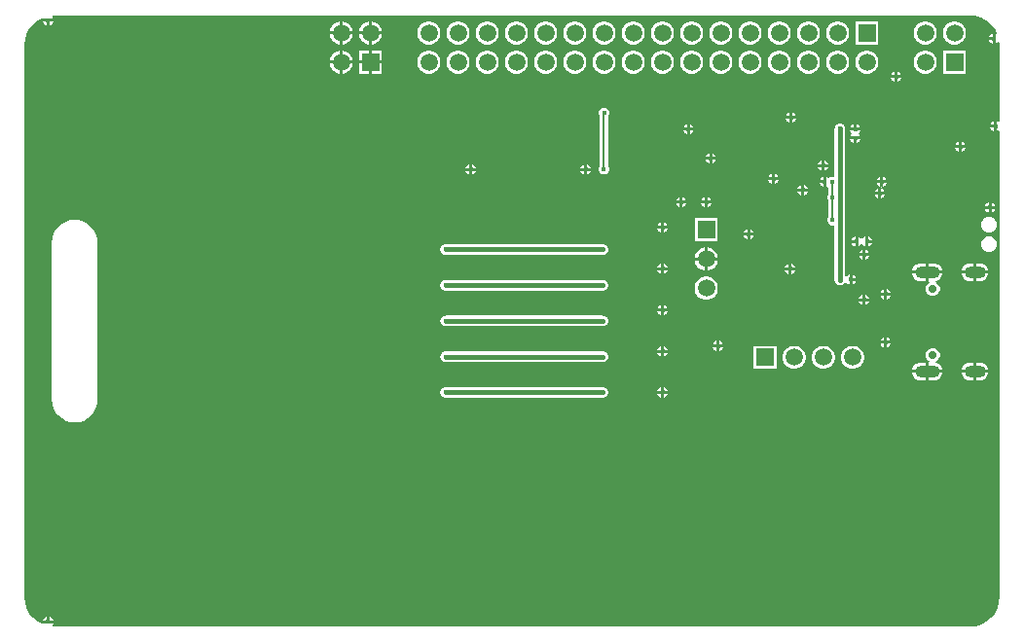
<source format=gbl>
G04*
G04 #@! TF.GenerationSoftware,Altium Limited,Altium Designer,25.8.1 (18)*
G04*
G04 Layer_Physical_Order=2*
G04 Layer_Color=16711680*
%FSLAX25Y25*%
%MOIN*%
G70*
G04*
G04 #@! TF.SameCoordinates,70397301-3752-4A3B-8FF2-FC9E58B5EE46*
G04*
G04*
G04 #@! TF.FilePolarity,Positive*
G04*
G01*
G75*
%ADD12C,0.00787*%
%ADD57C,0.01575*%
%ADD59C,0.05906*%
%ADD60O,0.07284X0.04134*%
%ADD61O,0.08465X0.04134*%
%ADD62R,0.05906X0.05906*%
%ADD63R,0.05906X0.05906*%
%ADD64C,0.02756*%
%ADD65C,0.01575*%
G36*
X327208Y210821D02*
X329143Y210234D01*
X330925Y209282D01*
X332488Y207999D01*
X333770Y206437D01*
X334506Y205059D01*
X334150Y204665D01*
X334000Y204728D01*
Y203000D01*
Y201272D01*
X334512Y201485D01*
X334891Y201864D01*
X335406Y201727D01*
X335407Y201726D01*
X335498Y200806D01*
X335478Y200709D01*
Y174703D01*
X335016Y174511D01*
X335013Y174515D01*
X334500Y174728D01*
Y173000D01*
Y171272D01*
X335013Y171485D01*
X335016Y171489D01*
X335478Y171297D01*
Y11811D01*
X335498Y11713D01*
X335309Y9799D01*
X334723Y7865D01*
X333770Y6083D01*
X332488Y4520D01*
X330925Y3238D01*
X329143Y2285D01*
X327208Y1698D01*
X325294Y1510D01*
X325197Y1529D01*
X11811D01*
X11713Y1510D01*
X11203Y1560D01*
X11016Y2081D01*
X11161Y2225D01*
X11373Y2738D01*
X7751D01*
X7479Y2492D01*
X6083Y3238D01*
X4520Y4520D01*
X3238Y6083D01*
X2285Y7865D01*
X1698Y9799D01*
X1510Y11713D01*
X1529Y11811D01*
Y200709D01*
X1510Y200806D01*
X1698Y202720D01*
X2285Y204654D01*
X3238Y206437D01*
X4520Y207999D01*
X6083Y209282D01*
X7479Y210028D01*
X7751Y209782D01*
X11373D01*
X11161Y210294D01*
X11016Y210439D01*
X11203Y210959D01*
X11713Y211010D01*
X11811Y210990D01*
X325197D01*
X325294Y211010D01*
X327208Y210821D01*
D02*
G37*
%LPC*%
G36*
X11373Y208782D02*
X10146D01*
Y207554D01*
X10658Y207766D01*
X11161Y208269D01*
X11373Y208782D01*
D02*
G37*
G36*
X9146D02*
X7918D01*
X8130Y208269D01*
X8633Y207766D01*
X9146Y207554D01*
Y208782D01*
D02*
G37*
G36*
X120520Y208953D02*
X120500D01*
Y205500D01*
X123953D01*
Y205520D01*
X123683Y206526D01*
X123163Y207427D01*
X122427Y208163D01*
X121526Y208683D01*
X120520Y208953D01*
D02*
G37*
G36*
X110520D02*
X110500D01*
Y205500D01*
X113953D01*
Y205520D01*
X113683Y206526D01*
X113163Y207427D01*
X112427Y208163D01*
X111526Y208683D01*
X110520Y208953D01*
D02*
G37*
G36*
X119500D02*
X119480D01*
X118474Y208683D01*
X117573Y208163D01*
X116837Y207427D01*
X116317Y206526D01*
X116047Y205520D01*
Y205500D01*
X119500D01*
Y208953D01*
D02*
G37*
G36*
X109500D02*
X109480D01*
X108474Y208683D01*
X107573Y208163D01*
X106837Y207427D01*
X106317Y206526D01*
X106047Y205520D01*
Y205500D01*
X109500D01*
Y208953D01*
D02*
G37*
G36*
X333000Y204728D02*
X332488Y204515D01*
X331985Y204012D01*
X331772Y203500D01*
X333000D01*
Y204728D01*
D02*
G37*
G36*
Y202500D02*
X331772D01*
X331985Y201988D01*
X332488Y201485D01*
X333000Y201272D01*
Y202500D01*
D02*
G37*
G36*
X320520Y208953D02*
X319480D01*
X318474Y208683D01*
X317573Y208163D01*
X316837Y207427D01*
X316317Y206526D01*
X316047Y205520D01*
Y204480D01*
X316317Y203474D01*
X316837Y202573D01*
X317573Y201837D01*
X318474Y201317D01*
X319480Y201047D01*
X320520D01*
X321526Y201317D01*
X322427Y201837D01*
X323163Y202573D01*
X323683Y203474D01*
X323953Y204480D01*
Y205520D01*
X323683Y206526D01*
X323163Y207427D01*
X322427Y208163D01*
X321526Y208683D01*
X320520Y208953D01*
D02*
G37*
G36*
X310520D02*
X309480D01*
X308474Y208683D01*
X307573Y208163D01*
X306837Y207427D01*
X306317Y206526D01*
X306047Y205520D01*
Y204480D01*
X306317Y203474D01*
X306837Y202573D01*
X307573Y201837D01*
X308474Y201317D01*
X309480Y201047D01*
X310520D01*
X311526Y201317D01*
X312427Y201837D01*
X313163Y202573D01*
X313683Y203474D01*
X313953Y204480D01*
Y205520D01*
X313683Y206526D01*
X313163Y207427D01*
X312427Y208163D01*
X311526Y208683D01*
X310520Y208953D01*
D02*
G37*
G36*
X293953D02*
X286047D01*
Y201047D01*
X293953D01*
Y208953D01*
D02*
G37*
G36*
X280520D02*
X279480D01*
X278474Y208683D01*
X277573Y208163D01*
X276837Y207427D01*
X276317Y206526D01*
X276047Y205520D01*
Y204480D01*
X276317Y203474D01*
X276837Y202573D01*
X277573Y201837D01*
X278474Y201317D01*
X279480Y201047D01*
X280520D01*
X281526Y201317D01*
X282427Y201837D01*
X283163Y202573D01*
X283683Y203474D01*
X283953Y204480D01*
Y205520D01*
X283683Y206526D01*
X283163Y207427D01*
X282427Y208163D01*
X281526Y208683D01*
X280520Y208953D01*
D02*
G37*
G36*
X270520D02*
X269480D01*
X268474Y208683D01*
X267573Y208163D01*
X266837Y207427D01*
X266317Y206526D01*
X266047Y205520D01*
Y204480D01*
X266317Y203474D01*
X266837Y202573D01*
X267573Y201837D01*
X268474Y201317D01*
X269480Y201047D01*
X270520D01*
X271526Y201317D01*
X272427Y201837D01*
X273163Y202573D01*
X273683Y203474D01*
X273953Y204480D01*
Y205520D01*
X273683Y206526D01*
X273163Y207427D01*
X272427Y208163D01*
X271526Y208683D01*
X270520Y208953D01*
D02*
G37*
G36*
X260520D02*
X259480D01*
X258474Y208683D01*
X257573Y208163D01*
X256837Y207427D01*
X256317Y206526D01*
X256047Y205520D01*
Y204480D01*
X256317Y203474D01*
X256837Y202573D01*
X257573Y201837D01*
X258474Y201317D01*
X259480Y201047D01*
X260520D01*
X261526Y201317D01*
X262427Y201837D01*
X263163Y202573D01*
X263683Y203474D01*
X263953Y204480D01*
Y205520D01*
X263683Y206526D01*
X263163Y207427D01*
X262427Y208163D01*
X261526Y208683D01*
X260520Y208953D01*
D02*
G37*
G36*
X250520D02*
X249480D01*
X248474Y208683D01*
X247573Y208163D01*
X246837Y207427D01*
X246317Y206526D01*
X246047Y205520D01*
Y204480D01*
X246317Y203474D01*
X246837Y202573D01*
X247573Y201837D01*
X248474Y201317D01*
X249480Y201047D01*
X250520D01*
X251526Y201317D01*
X252427Y201837D01*
X253163Y202573D01*
X253683Y203474D01*
X253953Y204480D01*
Y205520D01*
X253683Y206526D01*
X253163Y207427D01*
X252427Y208163D01*
X251526Y208683D01*
X250520Y208953D01*
D02*
G37*
G36*
X240520D02*
X239480D01*
X238474Y208683D01*
X237573Y208163D01*
X236837Y207427D01*
X236317Y206526D01*
X236047Y205520D01*
Y204480D01*
X236317Y203474D01*
X236837Y202573D01*
X237573Y201837D01*
X238474Y201317D01*
X239480Y201047D01*
X240520D01*
X241526Y201317D01*
X242427Y201837D01*
X243163Y202573D01*
X243683Y203474D01*
X243953Y204480D01*
Y205520D01*
X243683Y206526D01*
X243163Y207427D01*
X242427Y208163D01*
X241526Y208683D01*
X240520Y208953D01*
D02*
G37*
G36*
X230520D02*
X229480D01*
X228474Y208683D01*
X227573Y208163D01*
X226837Y207427D01*
X226317Y206526D01*
X226047Y205520D01*
Y204480D01*
X226317Y203474D01*
X226837Y202573D01*
X227573Y201837D01*
X228474Y201317D01*
X229480Y201047D01*
X230520D01*
X231526Y201317D01*
X232427Y201837D01*
X233163Y202573D01*
X233683Y203474D01*
X233953Y204480D01*
Y205520D01*
X233683Y206526D01*
X233163Y207427D01*
X232427Y208163D01*
X231526Y208683D01*
X230520Y208953D01*
D02*
G37*
G36*
X220520D02*
X219480D01*
X218474Y208683D01*
X217573Y208163D01*
X216837Y207427D01*
X216317Y206526D01*
X216047Y205520D01*
Y204480D01*
X216317Y203474D01*
X216837Y202573D01*
X217573Y201837D01*
X218474Y201317D01*
X219480Y201047D01*
X220520D01*
X221526Y201317D01*
X222427Y201837D01*
X223163Y202573D01*
X223683Y203474D01*
X223953Y204480D01*
Y205520D01*
X223683Y206526D01*
X223163Y207427D01*
X222427Y208163D01*
X221526Y208683D01*
X220520Y208953D01*
D02*
G37*
G36*
X210520D02*
X209480D01*
X208474Y208683D01*
X207573Y208163D01*
X206837Y207427D01*
X206317Y206526D01*
X206047Y205520D01*
Y204480D01*
X206317Y203474D01*
X206837Y202573D01*
X207573Y201837D01*
X208474Y201317D01*
X209480Y201047D01*
X210520D01*
X211526Y201317D01*
X212427Y201837D01*
X213163Y202573D01*
X213683Y203474D01*
X213953Y204480D01*
Y205520D01*
X213683Y206526D01*
X213163Y207427D01*
X212427Y208163D01*
X211526Y208683D01*
X210520Y208953D01*
D02*
G37*
G36*
X200520D02*
X199480D01*
X198474Y208683D01*
X197573Y208163D01*
X196837Y207427D01*
X196317Y206526D01*
X196047Y205520D01*
Y204480D01*
X196317Y203474D01*
X196837Y202573D01*
X197573Y201837D01*
X198474Y201317D01*
X199480Y201047D01*
X200520D01*
X201526Y201317D01*
X202427Y201837D01*
X203163Y202573D01*
X203683Y203474D01*
X203953Y204480D01*
Y205520D01*
X203683Y206526D01*
X203163Y207427D01*
X202427Y208163D01*
X201526Y208683D01*
X200520Y208953D01*
D02*
G37*
G36*
X190520D02*
X189480D01*
X188474Y208683D01*
X187573Y208163D01*
X186837Y207427D01*
X186317Y206526D01*
X186047Y205520D01*
Y204480D01*
X186317Y203474D01*
X186837Y202573D01*
X187573Y201837D01*
X188474Y201317D01*
X189480Y201047D01*
X190520D01*
X191526Y201317D01*
X192427Y201837D01*
X193163Y202573D01*
X193683Y203474D01*
X193953Y204480D01*
Y205520D01*
X193683Y206526D01*
X193163Y207427D01*
X192427Y208163D01*
X191526Y208683D01*
X190520Y208953D01*
D02*
G37*
G36*
X180520D02*
X179480D01*
X178474Y208683D01*
X177573Y208163D01*
X176837Y207427D01*
X176317Y206526D01*
X176047Y205520D01*
Y204480D01*
X176317Y203474D01*
X176837Y202573D01*
X177573Y201837D01*
X178474Y201317D01*
X179480Y201047D01*
X180520D01*
X181526Y201317D01*
X182427Y201837D01*
X183163Y202573D01*
X183683Y203474D01*
X183953Y204480D01*
Y205520D01*
X183683Y206526D01*
X183163Y207427D01*
X182427Y208163D01*
X181526Y208683D01*
X180520Y208953D01*
D02*
G37*
G36*
X170520D02*
X169480D01*
X168474Y208683D01*
X167573Y208163D01*
X166837Y207427D01*
X166317Y206526D01*
X166047Y205520D01*
Y204480D01*
X166317Y203474D01*
X166837Y202573D01*
X167573Y201837D01*
X168474Y201317D01*
X169480Y201047D01*
X170520D01*
X171526Y201317D01*
X172427Y201837D01*
X173163Y202573D01*
X173683Y203474D01*
X173953Y204480D01*
Y205520D01*
X173683Y206526D01*
X173163Y207427D01*
X172427Y208163D01*
X171526Y208683D01*
X170520Y208953D01*
D02*
G37*
G36*
X160520D02*
X159480D01*
X158474Y208683D01*
X157573Y208163D01*
X156837Y207427D01*
X156317Y206526D01*
X156047Y205520D01*
Y204480D01*
X156317Y203474D01*
X156837Y202573D01*
X157573Y201837D01*
X158474Y201317D01*
X159480Y201047D01*
X160520D01*
X161526Y201317D01*
X162427Y201837D01*
X163163Y202573D01*
X163683Y203474D01*
X163953Y204480D01*
Y205520D01*
X163683Y206526D01*
X163163Y207427D01*
X162427Y208163D01*
X161526Y208683D01*
X160520Y208953D01*
D02*
G37*
G36*
X150520D02*
X149480D01*
X148474Y208683D01*
X147573Y208163D01*
X146837Y207427D01*
X146317Y206526D01*
X146047Y205520D01*
Y204480D01*
X146317Y203474D01*
X146837Y202573D01*
X147573Y201837D01*
X148474Y201317D01*
X149480Y201047D01*
X150520D01*
X151526Y201317D01*
X152427Y201837D01*
X153163Y202573D01*
X153683Y203474D01*
X153953Y204480D01*
Y205520D01*
X153683Y206526D01*
X153163Y207427D01*
X152427Y208163D01*
X151526Y208683D01*
X150520Y208953D01*
D02*
G37*
G36*
X140520D02*
X139480D01*
X138474Y208683D01*
X137573Y208163D01*
X136837Y207427D01*
X136317Y206526D01*
X136047Y205520D01*
Y204480D01*
X136317Y203474D01*
X136837Y202573D01*
X137573Y201837D01*
X138474Y201317D01*
X139480Y201047D01*
X140520D01*
X141526Y201317D01*
X142427Y201837D01*
X143163Y202573D01*
X143683Y203474D01*
X143953Y204480D01*
Y205520D01*
X143683Y206526D01*
X143163Y207427D01*
X142427Y208163D01*
X141526Y208683D01*
X140520Y208953D01*
D02*
G37*
G36*
X123953Y204500D02*
X120500D01*
Y201047D01*
X120520D01*
X121526Y201317D01*
X122427Y201837D01*
X123163Y202573D01*
X123683Y203474D01*
X123953Y204480D01*
Y204500D01*
D02*
G37*
G36*
X119500D02*
X116047D01*
Y204480D01*
X116317Y203474D01*
X116837Y202573D01*
X117573Y201837D01*
X118474Y201317D01*
X119480Y201047D01*
X119500D01*
Y204500D01*
D02*
G37*
G36*
X113953D02*
X110500D01*
Y201047D01*
X110520D01*
X111526Y201317D01*
X112427Y201837D01*
X113163Y202573D01*
X113683Y203474D01*
X113953Y204480D01*
Y204500D01*
D02*
G37*
G36*
X109500D02*
X106047D01*
Y204480D01*
X106317Y203474D01*
X106837Y202573D01*
X107573Y201837D01*
X108474Y201317D01*
X109480Y201047D01*
X109500D01*
Y204500D01*
D02*
G37*
G36*
X123953Y198953D02*
X120500D01*
Y195500D01*
X123953D01*
Y198953D01*
D02*
G37*
G36*
X110520D02*
X110500D01*
Y195500D01*
X113953D01*
Y195520D01*
X113683Y196526D01*
X113163Y197427D01*
X112427Y198163D01*
X111526Y198683D01*
X110520Y198953D01*
D02*
G37*
G36*
X119500D02*
X116047D01*
Y195500D01*
X119500D01*
Y198953D01*
D02*
G37*
G36*
X109500D02*
X109480D01*
X108474Y198683D01*
X107573Y198163D01*
X106837Y197427D01*
X106317Y196526D01*
X106047Y195520D01*
Y195500D01*
X109500D01*
Y198953D01*
D02*
G37*
G36*
X323953D02*
X316047D01*
Y191047D01*
X323953D01*
Y198953D01*
D02*
G37*
G36*
X310520D02*
X309480D01*
X308474Y198683D01*
X307573Y198163D01*
X306837Y197427D01*
X306317Y196526D01*
X306047Y195520D01*
Y194480D01*
X306317Y193474D01*
X306837Y192573D01*
X307573Y191837D01*
X308474Y191317D01*
X309480Y191047D01*
X310520D01*
X311526Y191317D01*
X312427Y191837D01*
X313163Y192573D01*
X313683Y193474D01*
X313953Y194480D01*
Y195520D01*
X313683Y196526D01*
X313163Y197427D01*
X312427Y198163D01*
X311526Y198683D01*
X310520Y198953D01*
D02*
G37*
G36*
X290520D02*
X289480D01*
X288474Y198683D01*
X287573Y198163D01*
X286837Y197427D01*
X286317Y196526D01*
X286047Y195520D01*
Y194480D01*
X286317Y193474D01*
X286837Y192573D01*
X287573Y191837D01*
X288474Y191317D01*
X289480Y191047D01*
X290520D01*
X291526Y191317D01*
X292427Y191837D01*
X293163Y192573D01*
X293683Y193474D01*
X293953Y194480D01*
Y195520D01*
X293683Y196526D01*
X293163Y197427D01*
X292427Y198163D01*
X291526Y198683D01*
X290520Y198953D01*
D02*
G37*
G36*
X280520D02*
X279480D01*
X278474Y198683D01*
X277573Y198163D01*
X276837Y197427D01*
X276317Y196526D01*
X276047Y195520D01*
Y194480D01*
X276317Y193474D01*
X276837Y192573D01*
X277573Y191837D01*
X278474Y191317D01*
X279480Y191047D01*
X280520D01*
X281526Y191317D01*
X282427Y191837D01*
X283163Y192573D01*
X283683Y193474D01*
X283953Y194480D01*
Y195520D01*
X283683Y196526D01*
X283163Y197427D01*
X282427Y198163D01*
X281526Y198683D01*
X280520Y198953D01*
D02*
G37*
G36*
X270520D02*
X269480D01*
X268474Y198683D01*
X267573Y198163D01*
X266837Y197427D01*
X266317Y196526D01*
X266047Y195520D01*
Y194480D01*
X266317Y193474D01*
X266837Y192573D01*
X267573Y191837D01*
X268474Y191317D01*
X269480Y191047D01*
X270520D01*
X271526Y191317D01*
X272427Y191837D01*
X273163Y192573D01*
X273683Y193474D01*
X273953Y194480D01*
Y195520D01*
X273683Y196526D01*
X273163Y197427D01*
X272427Y198163D01*
X271526Y198683D01*
X270520Y198953D01*
D02*
G37*
G36*
X260520D02*
X259480D01*
X258474Y198683D01*
X257573Y198163D01*
X256837Y197427D01*
X256317Y196526D01*
X256047Y195520D01*
Y194480D01*
X256317Y193474D01*
X256837Y192573D01*
X257573Y191837D01*
X258474Y191317D01*
X259480Y191047D01*
X260520D01*
X261526Y191317D01*
X262427Y191837D01*
X263163Y192573D01*
X263683Y193474D01*
X263953Y194480D01*
Y195520D01*
X263683Y196526D01*
X263163Y197427D01*
X262427Y198163D01*
X261526Y198683D01*
X260520Y198953D01*
D02*
G37*
G36*
X250520D02*
X249480D01*
X248474Y198683D01*
X247573Y198163D01*
X246837Y197427D01*
X246317Y196526D01*
X246047Y195520D01*
Y194480D01*
X246317Y193474D01*
X246837Y192573D01*
X247573Y191837D01*
X248474Y191317D01*
X249480Y191047D01*
X250520D01*
X251526Y191317D01*
X252427Y191837D01*
X253163Y192573D01*
X253683Y193474D01*
X253953Y194480D01*
Y195520D01*
X253683Y196526D01*
X253163Y197427D01*
X252427Y198163D01*
X251526Y198683D01*
X250520Y198953D01*
D02*
G37*
G36*
X240520D02*
X239480D01*
X238474Y198683D01*
X237573Y198163D01*
X236837Y197427D01*
X236317Y196526D01*
X236047Y195520D01*
Y194480D01*
X236317Y193474D01*
X236837Y192573D01*
X237573Y191837D01*
X238474Y191317D01*
X239480Y191047D01*
X240520D01*
X241526Y191317D01*
X242427Y191837D01*
X243163Y192573D01*
X243683Y193474D01*
X243953Y194480D01*
Y195520D01*
X243683Y196526D01*
X243163Y197427D01*
X242427Y198163D01*
X241526Y198683D01*
X240520Y198953D01*
D02*
G37*
G36*
X230520D02*
X229480D01*
X228474Y198683D01*
X227573Y198163D01*
X226837Y197427D01*
X226317Y196526D01*
X226047Y195520D01*
Y194480D01*
X226317Y193474D01*
X226837Y192573D01*
X227573Y191837D01*
X228474Y191317D01*
X229480Y191047D01*
X230520D01*
X231526Y191317D01*
X232427Y191837D01*
X233163Y192573D01*
X233683Y193474D01*
X233953Y194480D01*
Y195520D01*
X233683Y196526D01*
X233163Y197427D01*
X232427Y198163D01*
X231526Y198683D01*
X230520Y198953D01*
D02*
G37*
G36*
X220520D02*
X219480D01*
X218474Y198683D01*
X217573Y198163D01*
X216837Y197427D01*
X216317Y196526D01*
X216047Y195520D01*
Y194480D01*
X216317Y193474D01*
X216837Y192573D01*
X217573Y191837D01*
X218474Y191317D01*
X219480Y191047D01*
X220520D01*
X221526Y191317D01*
X222427Y191837D01*
X223163Y192573D01*
X223683Y193474D01*
X223953Y194480D01*
Y195520D01*
X223683Y196526D01*
X223163Y197427D01*
X222427Y198163D01*
X221526Y198683D01*
X220520Y198953D01*
D02*
G37*
G36*
X210520D02*
X209480D01*
X208474Y198683D01*
X207573Y198163D01*
X206837Y197427D01*
X206317Y196526D01*
X206047Y195520D01*
Y194480D01*
X206317Y193474D01*
X206837Y192573D01*
X207573Y191837D01*
X208474Y191317D01*
X209480Y191047D01*
X210520D01*
X211526Y191317D01*
X212427Y191837D01*
X213163Y192573D01*
X213683Y193474D01*
X213953Y194480D01*
Y195520D01*
X213683Y196526D01*
X213163Y197427D01*
X212427Y198163D01*
X211526Y198683D01*
X210520Y198953D01*
D02*
G37*
G36*
X200520D02*
X199480D01*
X198474Y198683D01*
X197573Y198163D01*
X196837Y197427D01*
X196317Y196526D01*
X196047Y195520D01*
Y194480D01*
X196317Y193474D01*
X196837Y192573D01*
X197573Y191837D01*
X198474Y191317D01*
X199480Y191047D01*
X200520D01*
X201526Y191317D01*
X202427Y191837D01*
X203163Y192573D01*
X203683Y193474D01*
X203953Y194480D01*
Y195520D01*
X203683Y196526D01*
X203163Y197427D01*
X202427Y198163D01*
X201526Y198683D01*
X200520Y198953D01*
D02*
G37*
G36*
X190520D02*
X189480D01*
X188474Y198683D01*
X187573Y198163D01*
X186837Y197427D01*
X186317Y196526D01*
X186047Y195520D01*
Y194480D01*
X186317Y193474D01*
X186837Y192573D01*
X187573Y191837D01*
X188474Y191317D01*
X189480Y191047D01*
X190520D01*
X191526Y191317D01*
X192427Y191837D01*
X193163Y192573D01*
X193683Y193474D01*
X193953Y194480D01*
Y195520D01*
X193683Y196526D01*
X193163Y197427D01*
X192427Y198163D01*
X191526Y198683D01*
X190520Y198953D01*
D02*
G37*
G36*
X180520D02*
X179480D01*
X178474Y198683D01*
X177573Y198163D01*
X176837Y197427D01*
X176317Y196526D01*
X176047Y195520D01*
Y194480D01*
X176317Y193474D01*
X176837Y192573D01*
X177573Y191837D01*
X178474Y191317D01*
X179480Y191047D01*
X180520D01*
X181526Y191317D01*
X182427Y191837D01*
X183163Y192573D01*
X183683Y193474D01*
X183953Y194480D01*
Y195520D01*
X183683Y196526D01*
X183163Y197427D01*
X182427Y198163D01*
X181526Y198683D01*
X180520Y198953D01*
D02*
G37*
G36*
X170520D02*
X169480D01*
X168474Y198683D01*
X167573Y198163D01*
X166837Y197427D01*
X166317Y196526D01*
X166047Y195520D01*
Y194480D01*
X166317Y193474D01*
X166837Y192573D01*
X167573Y191837D01*
X168474Y191317D01*
X169480Y191047D01*
X170520D01*
X171526Y191317D01*
X172427Y191837D01*
X173163Y192573D01*
X173683Y193474D01*
X173953Y194480D01*
Y195520D01*
X173683Y196526D01*
X173163Y197427D01*
X172427Y198163D01*
X171526Y198683D01*
X170520Y198953D01*
D02*
G37*
G36*
X160520D02*
X159480D01*
X158474Y198683D01*
X157573Y198163D01*
X156837Y197427D01*
X156317Y196526D01*
X156047Y195520D01*
Y194480D01*
X156317Y193474D01*
X156837Y192573D01*
X157573Y191837D01*
X158474Y191317D01*
X159480Y191047D01*
X160520D01*
X161526Y191317D01*
X162427Y191837D01*
X163163Y192573D01*
X163683Y193474D01*
X163953Y194480D01*
Y195520D01*
X163683Y196526D01*
X163163Y197427D01*
X162427Y198163D01*
X161526Y198683D01*
X160520Y198953D01*
D02*
G37*
G36*
X150520D02*
X149480D01*
X148474Y198683D01*
X147573Y198163D01*
X146837Y197427D01*
X146317Y196526D01*
X146047Y195520D01*
Y194480D01*
X146317Y193474D01*
X146837Y192573D01*
X147573Y191837D01*
X148474Y191317D01*
X149480Y191047D01*
X150520D01*
X151526Y191317D01*
X152427Y191837D01*
X153163Y192573D01*
X153683Y193474D01*
X153953Y194480D01*
Y195520D01*
X153683Y196526D01*
X153163Y197427D01*
X152427Y198163D01*
X151526Y198683D01*
X150520Y198953D01*
D02*
G37*
G36*
X140520D02*
X139480D01*
X138474Y198683D01*
X137573Y198163D01*
X136837Y197427D01*
X136317Y196526D01*
X136047Y195520D01*
Y194480D01*
X136317Y193474D01*
X136837Y192573D01*
X137573Y191837D01*
X138474Y191317D01*
X139480Y191047D01*
X140520D01*
X141526Y191317D01*
X142427Y191837D01*
X143163Y192573D01*
X143683Y193474D01*
X143953Y194480D01*
Y195520D01*
X143683Y196526D01*
X143163Y197427D01*
X142427Y198163D01*
X141526Y198683D01*
X140520Y198953D01*
D02*
G37*
G36*
X123953Y194500D02*
X120500D01*
Y191047D01*
X123953D01*
Y194500D01*
D02*
G37*
G36*
X119500D02*
X116047D01*
Y191047D01*
X119500D01*
Y194500D01*
D02*
G37*
G36*
X113953D02*
X110500D01*
Y191047D01*
X110520D01*
X111526Y191317D01*
X112427Y191837D01*
X113163Y192573D01*
X113683Y193474D01*
X113953Y194480D01*
Y194500D01*
D02*
G37*
G36*
X109500D02*
X106047D01*
Y194480D01*
X106317Y193474D01*
X106837Y192573D01*
X107573Y191837D01*
X108474Y191317D01*
X109480Y191047D01*
X109500D01*
Y194500D01*
D02*
G37*
G36*
X300500Y191728D02*
Y190500D01*
X301728D01*
X301515Y191013D01*
X301012Y191515D01*
X300500Y191728D01*
D02*
G37*
G36*
X299500D02*
X298988Y191515D01*
X298485Y191013D01*
X298272Y190500D01*
X299500D01*
Y191728D01*
D02*
G37*
G36*
X301728Y189500D02*
X300500D01*
Y188272D01*
X301012Y188485D01*
X301515Y188988D01*
X301728Y189500D01*
D02*
G37*
G36*
X299500D02*
X298272D01*
X298485Y188988D01*
X298988Y188485D01*
X299500Y188272D01*
Y189500D01*
D02*
G37*
G36*
X264500Y177728D02*
Y176500D01*
X265728D01*
X265515Y177013D01*
X265013Y177515D01*
X264500Y177728D01*
D02*
G37*
G36*
X263500D02*
X262987Y177515D01*
X262485Y177013D01*
X262272Y176500D01*
X263500D01*
Y177728D01*
D02*
G37*
G36*
X265728Y175500D02*
X264500D01*
Y174272D01*
X265013Y174485D01*
X265515Y174987D01*
X265728Y175500D01*
D02*
G37*
G36*
X263500D02*
X262272D01*
X262485Y174987D01*
X262987Y174485D01*
X263500Y174272D01*
Y175500D01*
D02*
G37*
G36*
X333500Y174728D02*
X332987Y174515D01*
X332485Y174012D01*
X332272Y173500D01*
X333500D01*
Y174728D01*
D02*
G37*
G36*
X229417Y173760D02*
Y172532D01*
X230645D01*
X230433Y173045D01*
X229930Y173547D01*
X229417Y173760D01*
D02*
G37*
G36*
X228417D02*
X227905Y173547D01*
X227402Y173045D01*
X227190Y172532D01*
X228417D01*
Y173760D01*
D02*
G37*
G36*
X286500Y173728D02*
Y172500D01*
X287728D01*
X287515Y173012D01*
X287013Y173515D01*
X286500Y173728D01*
D02*
G37*
G36*
X285500D02*
X284987Y173515D01*
X284485Y173012D01*
X284272Y172500D01*
X285500D01*
Y173728D01*
D02*
G37*
G36*
X333500Y172500D02*
X332272D01*
X332485Y171987D01*
X332987Y171485D01*
X333500Y171272D01*
Y172500D01*
D02*
G37*
G36*
X230645Y171532D02*
X229417D01*
Y170305D01*
X229930Y170517D01*
X230433Y171020D01*
X230645Y171532D01*
D02*
G37*
G36*
X228417D02*
X227190D01*
X227402Y171020D01*
X227905Y170517D01*
X228417Y170305D01*
Y171532D01*
D02*
G37*
G36*
X287728Y171500D02*
X284272D01*
X284485Y170987D01*
X284972Y170500D01*
X284485Y170012D01*
X284272Y169500D01*
X287728D01*
X287515Y170012D01*
X287028Y170500D01*
X287515Y170987D01*
X287728Y171500D01*
D02*
G37*
G36*
Y168500D02*
X286500D01*
Y167272D01*
X287013Y167485D01*
X287515Y167988D01*
X287728Y168500D01*
D02*
G37*
G36*
X285500D02*
X284272D01*
X284485Y167988D01*
X284987Y167485D01*
X285500Y167272D01*
Y168500D01*
D02*
G37*
G36*
X322500Y167728D02*
Y166500D01*
X323728D01*
X323515Y167013D01*
X323012Y167515D01*
X322500Y167728D01*
D02*
G37*
G36*
X321500D02*
X320988Y167515D01*
X320485Y167013D01*
X320272Y166500D01*
X321500D01*
Y167728D01*
D02*
G37*
G36*
X323728Y165500D02*
X322500D01*
Y164272D01*
X323012Y164485D01*
X323515Y164988D01*
X323728Y165500D01*
D02*
G37*
G36*
X321500D02*
X320272D01*
X320485Y164988D01*
X320988Y164485D01*
X321500Y164272D01*
Y165500D01*
D02*
G37*
G36*
X237000Y163728D02*
Y162500D01*
X238228D01*
X238015Y163013D01*
X237512Y163515D01*
X237000Y163728D01*
D02*
G37*
G36*
X236000D02*
X235488Y163515D01*
X234985Y163013D01*
X234772Y162500D01*
X236000D01*
Y163728D01*
D02*
G37*
G36*
X238228Y161500D02*
X237000D01*
Y160272D01*
X237512Y160485D01*
X238015Y160987D01*
X238228Y161500D01*
D02*
G37*
G36*
X236000D02*
X234772D01*
X234985Y160987D01*
X235488Y160485D01*
X236000Y160272D01*
Y161500D01*
D02*
G37*
G36*
X275500Y161228D02*
Y160000D01*
X276728D01*
X276515Y160512D01*
X276012Y161015D01*
X275500Y161228D01*
D02*
G37*
G36*
X274500D02*
X273988Y161015D01*
X273485Y160512D01*
X273272Y160000D01*
X274500D01*
Y161228D01*
D02*
G37*
G36*
X194200Y159978D02*
Y158750D01*
X195428D01*
X195216Y159263D01*
X194713Y159765D01*
X194200Y159978D01*
D02*
G37*
G36*
X193200D02*
X192688Y159765D01*
X192185Y159263D01*
X191973Y158750D01*
X193200D01*
Y159978D01*
D02*
G37*
G36*
X154830D02*
Y158750D01*
X156058D01*
X155846Y159263D01*
X155343Y159765D01*
X154830Y159978D01*
D02*
G37*
G36*
X153830D02*
X153318Y159765D01*
X152815Y159263D01*
X152603Y158750D01*
X153830D01*
Y159978D01*
D02*
G37*
G36*
X276728Y159000D02*
X275500D01*
Y157772D01*
X276012Y157985D01*
X276515Y158487D01*
X276728Y159000D01*
D02*
G37*
G36*
X274500D02*
X273272D01*
X273485Y158487D01*
X273988Y157985D01*
X274500Y157772D01*
Y159000D01*
D02*
G37*
G36*
X156058Y157750D02*
X154830D01*
Y156522D01*
X155343Y156735D01*
X155846Y157238D01*
X156058Y157750D01*
D02*
G37*
G36*
X153830D02*
X152603D01*
X152815Y157238D01*
X153318Y156735D01*
X153830Y156522D01*
Y157750D01*
D02*
G37*
G36*
X195428D02*
X194200D01*
Y156522D01*
X194713Y156735D01*
X195216Y157238D01*
X195428Y157750D01*
D02*
G37*
G36*
X193200D02*
X191973D01*
X192185Y157238D01*
X192688Y156735D01*
X193200Y156522D01*
Y157750D01*
D02*
G37*
G36*
X200356Y179249D02*
X199644D01*
X198987Y178977D01*
X198485Y178474D01*
X198213Y177817D01*
Y177106D01*
X198485Y176449D01*
X198569Y176365D01*
Y159366D01*
X198466Y159263D01*
X198193Y158606D01*
Y157895D01*
X198466Y157238D01*
X198968Y156735D01*
X199625Y156463D01*
X200336D01*
X200993Y156735D01*
X201496Y157238D01*
X201768Y157895D01*
Y158606D01*
X201496Y159263D01*
X201411Y159347D01*
Y176345D01*
X201515Y176449D01*
X201787Y177106D01*
Y177817D01*
X201515Y178474D01*
X201012Y178977D01*
X200356Y179249D01*
D02*
G37*
G36*
X258500Y156728D02*
Y155500D01*
X259728D01*
X259515Y156012D01*
X259013Y156515D01*
X258500Y156728D01*
D02*
G37*
G36*
X257500D02*
X256988Y156515D01*
X256485Y156012D01*
X256272Y155500D01*
X257500D01*
Y156728D01*
D02*
G37*
G36*
X280783Y173976D02*
X280607Y173941D01*
X280427D01*
X280261Y173872D01*
X280085Y173837D01*
X279936Y173738D01*
X279770Y173669D01*
X279643Y173542D01*
X279494Y173442D01*
X279394Y173293D01*
X279267Y173166D01*
X279199Y173000D01*
X279099Y172851D01*
X279064Y172675D01*
X278995Y172509D01*
Y172330D01*
X278960Y172154D01*
Y155939D01*
X278627Y155716D01*
X277916D01*
X277259Y155444D01*
X276925Y155110D01*
X276563Y155472D01*
X276050Y155684D01*
Y153956D01*
Y152229D01*
X276351Y152353D01*
X276851Y152076D01*
Y149855D01*
X276756Y149760D01*
X276484Y149104D01*
Y148392D01*
X276756Y147736D01*
X276851Y147641D01*
Y141981D01*
X276756Y141886D01*
X276484Y141230D01*
Y140518D01*
X276756Y139862D01*
X277259Y139359D01*
X277916Y139087D01*
X278463D01*
X278692Y139000D01*
X278937Y138674D01*
Y120327D01*
X278972Y120151D01*
Y119971D01*
X279041Y119806D01*
X279076Y119630D01*
X279176Y119480D01*
X279244Y119315D01*
X279372Y119188D01*
X279471Y119038D01*
X279620Y118939D01*
X279747Y118812D01*
X279913Y118743D01*
X280062Y118643D01*
X280239Y118608D01*
X280404Y118540D01*
X280584D01*
X280760Y118505D01*
X280936Y118540D01*
X281115D01*
X281281Y118608D01*
X281457Y118643D01*
X281607Y118743D01*
X281772Y118812D01*
X281899Y118939D01*
X282049Y119038D01*
X282148Y119188D01*
X282275Y119315D01*
X282344Y119480D01*
X282407Y119575D01*
X282656Y119611D01*
X282944Y119585D01*
X282985Y119488D01*
X283488Y118985D01*
X284000Y118772D01*
Y120500D01*
Y122228D01*
X283488Y122015D01*
X283082Y121610D01*
X282626Y121736D01*
X282582Y121763D01*
Y138816D01*
X282605Y138931D01*
X282605Y138931D01*
Y172154D01*
X282570Y172330D01*
Y172509D01*
X282501Y172675D01*
X282466Y172851D01*
X282367Y173000D01*
X282298Y173166D01*
X282171Y173293D01*
X282071Y173442D01*
X281922Y173542D01*
X281795Y173669D01*
X281629Y173738D01*
X281480Y173837D01*
X281304Y173872D01*
X281138Y173941D01*
X280959D01*
X280783Y173976D01*
D02*
G37*
G36*
X295642Y155743D02*
Y154516D01*
X296870D01*
X296657Y155028D01*
X296155Y155531D01*
X295642Y155743D01*
D02*
G37*
G36*
X294642D02*
X294130Y155531D01*
X293627Y155028D01*
X293415Y154516D01*
X294642D01*
Y155743D01*
D02*
G37*
G36*
X275050Y155684D02*
X274538Y155472D01*
X274035Y154969D01*
X273823Y154456D01*
X275050D01*
Y155684D01*
D02*
G37*
G36*
X259728Y154500D02*
X258500D01*
Y153272D01*
X259013Y153485D01*
X259515Y153988D01*
X259728Y154500D01*
D02*
G37*
G36*
X257500D02*
X256272D01*
X256485Y153988D01*
X256988Y153485D01*
X257500Y153272D01*
Y154500D01*
D02*
G37*
G36*
X296870Y153516D02*
X295642D01*
Y152288D01*
X296155Y152500D01*
X296657Y153003D01*
X296870Y153516D01*
D02*
G37*
G36*
X294642D02*
X293415D01*
X293627Y153003D01*
X294130Y152500D01*
X294542Y152330D01*
X294642Y152288D01*
Y153516D01*
D02*
G37*
G36*
X275050Y153456D02*
X273823D01*
X274035Y152944D01*
X274538Y152441D01*
X275050Y152229D01*
Y153456D01*
D02*
G37*
G36*
X294682Y152271D02*
X294583Y151772D01*
X294826D01*
X294930Y151728D01*
X295030Y152228D01*
X294787D01*
X294682Y152271D01*
D02*
G37*
G36*
X268535Y152838D02*
Y151610D01*
X269763D01*
X269551Y152123D01*
X269048Y152626D01*
X268535Y152838D01*
D02*
G37*
G36*
X267535D02*
X267023Y152626D01*
X266520Y152123D01*
X266308Y151610D01*
X267535D01*
Y152838D01*
D02*
G37*
G36*
X294970Y151712D02*
Y150484D01*
X296198D01*
X295986Y150997D01*
X295483Y151499D01*
X295071Y151670D01*
X294970Y151712D01*
D02*
G37*
G36*
X293970Y151712D02*
X293458Y151499D01*
X292955Y150997D01*
X292743Y150484D01*
X293970D01*
Y151712D01*
D02*
G37*
G36*
X269763Y150610D02*
X268535D01*
Y149383D01*
X269048Y149595D01*
X269551Y150098D01*
X269763Y150610D01*
D02*
G37*
G36*
X267535D02*
X266308D01*
X266520Y150098D01*
X267023Y149595D01*
X267535Y149383D01*
Y150610D01*
D02*
G37*
G36*
X296198Y149484D02*
X294970D01*
Y148257D01*
X295483Y148469D01*
X295986Y148972D01*
X296198Y149484D01*
D02*
G37*
G36*
X293970D02*
X292743D01*
X292955Y148972D01*
X293458Y148469D01*
X293970Y148257D01*
Y149484D01*
D02*
G37*
G36*
X235500Y148728D02*
Y147500D01*
X236728D01*
X236515Y148012D01*
X236013Y148515D01*
X235500Y148728D01*
D02*
G37*
G36*
X234500D02*
X233987Y148515D01*
X233485Y148012D01*
X233272Y147500D01*
X234500D01*
Y148728D01*
D02*
G37*
G36*
X226917D02*
Y147500D01*
X228144D01*
X227932Y148012D01*
X227429Y148515D01*
X226917Y148728D01*
D02*
G37*
G36*
X225917D02*
X225404Y148515D01*
X224901Y148012D01*
X224689Y147500D01*
X225917D01*
Y148728D01*
D02*
G37*
G36*
X332659Y146967D02*
Y145740D01*
X333887D01*
X333675Y146252D01*
X333172Y146755D01*
X332659Y146967D01*
D02*
G37*
G36*
X331659D02*
X331147Y146755D01*
X330644Y146252D01*
X330432Y145740D01*
X331659D01*
Y146967D01*
D02*
G37*
G36*
X236728Y146500D02*
X235500D01*
Y145272D01*
X236013Y145485D01*
X236515Y145987D01*
X236728Y146500D01*
D02*
G37*
G36*
X234500D02*
X233272D01*
X233485Y145987D01*
X233987Y145485D01*
X234500Y145272D01*
Y146500D01*
D02*
G37*
G36*
X228144D02*
X226917D01*
Y145272D01*
X227429Y145485D01*
X227932Y145987D01*
X228144Y146500D01*
D02*
G37*
G36*
X225917D02*
X224689D01*
X224901Y145987D01*
X225404Y145485D01*
X225917Y145272D01*
Y146500D01*
D02*
G37*
G36*
X333887Y144740D02*
X332659D01*
Y143512D01*
X333172Y143724D01*
X333675Y144227D01*
X333887Y144740D01*
D02*
G37*
G36*
X331659D02*
X330432D01*
X330644Y144227D01*
X331147Y143724D01*
X331659Y143512D01*
Y144740D01*
D02*
G37*
G36*
X220500Y140021D02*
Y138793D01*
X221728D01*
X221515Y139306D01*
X221012Y139809D01*
X220500Y140021D01*
D02*
G37*
G36*
X219500D02*
X218987Y139809D01*
X218485Y139306D01*
X218272Y138793D01*
X219500D01*
Y140021D01*
D02*
G37*
G36*
X332073Y142026D02*
X331486D01*
X331025Y141935D01*
X330482Y141710D01*
X330092Y141449D01*
X329676Y141033D01*
X329415Y140643D01*
X329190Y140100D01*
X329099Y139639D01*
Y139052D01*
X329190Y138591D01*
X329415Y138048D01*
X329676Y137658D01*
X330092Y137242D01*
X330482Y136981D01*
X331025Y136757D01*
X331486Y136665D01*
X332073D01*
X332534Y136757D01*
X333077Y136981D01*
X333467Y137242D01*
X333883Y137658D01*
X334144Y138048D01*
X334368Y138591D01*
X334460Y139052D01*
Y139639D01*
X334368Y140100D01*
X334144Y140643D01*
X333883Y141033D01*
X333467Y141449D01*
X333077Y141710D01*
X332534Y141935D01*
X332226Y141996D01*
X332073Y142026D01*
D02*
G37*
G36*
X221728Y137793D02*
X220500D01*
Y136566D01*
X221012Y136778D01*
X221515Y137281D01*
X221728Y137793D01*
D02*
G37*
G36*
X219500D02*
X218272D01*
X218485Y137281D01*
X218987Y136778D01*
X219500Y136566D01*
Y137793D01*
D02*
G37*
G36*
X250000Y137728D02*
Y136500D01*
X251228D01*
X251015Y137013D01*
X250513Y137515D01*
X250000Y137728D01*
D02*
G37*
G36*
X249000D02*
X248487Y137515D01*
X247985Y137013D01*
X247772Y136500D01*
X249000D01*
Y137728D01*
D02*
G37*
G36*
X289500Y135228D02*
X288987Y135015D01*
X288535Y134563D01*
X288250Y134535D01*
X287965Y134563D01*
X287512Y135015D01*
X287000Y135228D01*
Y133500D01*
Y131772D01*
X287512Y131985D01*
X287965Y132437D01*
X288250Y132465D01*
X288535Y132437D01*
X288987Y131985D01*
X289500Y131772D01*
Y133500D01*
Y135228D01*
D02*
G37*
G36*
X251228Y135500D02*
X250000D01*
Y134272D01*
X250513Y134485D01*
X251015Y134987D01*
X251228Y135500D01*
D02*
G37*
G36*
X249000D02*
X247772D01*
X247985Y134987D01*
X248487Y134485D01*
X249000Y134272D01*
Y135500D01*
D02*
G37*
G36*
X290500Y135228D02*
Y134000D01*
X291728D01*
X291515Y134512D01*
X291013Y135015D01*
X290500Y135228D01*
D02*
G37*
G36*
X286000D02*
X285488Y135015D01*
X284985Y134512D01*
X284772Y134000D01*
X286000D01*
Y135228D01*
D02*
G37*
G36*
X238953Y141453D02*
X231047D01*
Y133547D01*
X238953D01*
Y141453D01*
D02*
G37*
G36*
X291728Y133000D02*
X290500D01*
Y131772D01*
X291013Y131985D01*
X291515Y132487D01*
X291728Y133000D01*
D02*
G37*
G36*
X286000D02*
X284772D01*
X284985Y132487D01*
X285488Y131985D01*
X286000Y131772D01*
Y133000D01*
D02*
G37*
G36*
X332073Y135334D02*
X331486D01*
X331025Y135242D01*
X330482Y135018D01*
X330092Y134757D01*
X329676Y134341D01*
X329415Y133951D01*
X329190Y133408D01*
X329099Y132947D01*
Y132360D01*
X329190Y131899D01*
X329415Y131356D01*
X329676Y130966D01*
X330092Y130550D01*
X330482Y130289D01*
X331025Y130064D01*
X331486Y129973D01*
X332073D01*
X332534Y130064D01*
X333077Y130289D01*
X333467Y130550D01*
X333883Y130966D01*
X334144Y131356D01*
X334368Y131899D01*
X334460Y132360D01*
Y132947D01*
X334368Y133408D01*
X334144Y133951D01*
X333883Y134341D01*
X333467Y134757D01*
X333077Y135018D01*
X332534Y135242D01*
X332226Y135304D01*
X332073Y135334D01*
D02*
G37*
G36*
X289578Y130728D02*
Y129500D01*
X290805D01*
X290593Y130013D01*
X290090Y130515D01*
X289578Y130728D01*
D02*
G37*
G36*
X288578D02*
X288065Y130515D01*
X287562Y130013D01*
X287350Y129500D01*
X288578D01*
Y130728D01*
D02*
G37*
G36*
X199615Y132598D02*
X145753D01*
X145577Y132563D01*
X145398D01*
X145232Y132495D01*
X145056Y132459D01*
X144906Y132360D01*
X144741Y132291D01*
X144614Y132164D01*
X144465Y132064D01*
X144365Y131915D01*
X144238Y131788D01*
X144169Y131623D01*
X144069Y131473D01*
X144034Y131297D01*
X143966Y131131D01*
Y130952D01*
X143931Y130776D01*
X143966Y130600D01*
Y130420D01*
X144034Y130254D01*
X144069Y130078D01*
X144169Y129929D01*
X144238Y129763D01*
X144365Y129637D01*
X144465Y129487D01*
X144614Y129387D01*
X144741Y129261D01*
X144906Y129192D01*
X145056Y129092D01*
X145232Y129057D01*
X145398Y128988D01*
X145577D01*
X145753Y128953D01*
X199615D01*
X199791Y128988D01*
X199970D01*
X200136Y129057D01*
X200312Y129092D01*
X200462Y129192D01*
X200627Y129261D01*
X200754Y129387D01*
X200904Y129487D01*
X201003Y129637D01*
X201130Y129763D01*
X201199Y129929D01*
X201299Y130078D01*
X201334Y130254D01*
X201402Y130420D01*
Y130600D01*
X201437Y130776D01*
X201402Y130952D01*
Y131131D01*
X201334Y131297D01*
X201299Y131473D01*
X201199Y131623D01*
X201130Y131788D01*
X201003Y131915D01*
X200904Y132064D01*
X200754Y132164D01*
X200627Y132291D01*
X200462Y132360D01*
X200312Y132459D01*
X200136Y132495D01*
X199970Y132563D01*
X199791D01*
X199615Y132598D01*
D02*
G37*
G36*
X235520Y131453D02*
X235500D01*
Y128000D01*
X238953D01*
Y128020D01*
X238683Y129026D01*
X238163Y129927D01*
X237427Y130663D01*
X236526Y131183D01*
X235520Y131453D01*
D02*
G37*
G36*
X234500D02*
X234480D01*
X233474Y131183D01*
X232573Y130663D01*
X231837Y129927D01*
X231317Y129026D01*
X231047Y128020D01*
Y128000D01*
X234500D01*
Y131453D01*
D02*
G37*
G36*
X290805Y128500D02*
X289578D01*
Y127272D01*
X290090Y127485D01*
X290593Y127988D01*
X290805Y128500D01*
D02*
G37*
G36*
X288578D02*
X287350D01*
X287562Y127988D01*
X288065Y127485D01*
X288578Y127272D01*
Y128500D01*
D02*
G37*
G36*
X220500Y125975D02*
Y124748D01*
X221728D01*
X221515Y125260D01*
X221012Y125763D01*
X220500Y125975D01*
D02*
G37*
G36*
X219500D02*
X218987Y125763D01*
X218485Y125260D01*
X218272Y124748D01*
X219500D01*
Y125975D01*
D02*
G37*
G36*
X264189Y125834D02*
Y124606D01*
X265417D01*
X265204Y125119D01*
X264702Y125622D01*
X264189Y125834D01*
D02*
G37*
G36*
X263189D02*
X262677Y125622D01*
X262174Y125119D01*
X261961Y124606D01*
X263189D01*
Y125834D01*
D02*
G37*
G36*
X238953Y127000D02*
X235500D01*
Y123547D01*
X235520D01*
X236526Y123817D01*
X237427Y124337D01*
X238163Y125073D01*
X238683Y125974D01*
X238953Y126980D01*
Y127000D01*
D02*
G37*
G36*
X234500D02*
X231047D01*
Y126980D01*
X231317Y125974D01*
X231837Y125073D01*
X232573Y124337D01*
X233474Y123817D01*
X234480Y123547D01*
X234500D01*
Y127000D01*
D02*
G37*
G36*
X328575Y126093D02*
X327500D01*
Y123500D01*
X331602D01*
X331563Y123801D01*
X331254Y124547D01*
X330762Y125187D01*
X330121Y125679D01*
X329375Y125988D01*
X328575Y126093D01*
D02*
G37*
G36*
X312827D02*
X311161D01*
Y123500D01*
X315854D01*
X315815Y123801D01*
X315506Y124547D01*
X315014Y125187D01*
X314373Y125679D01*
X313627Y125988D01*
X312827Y126093D01*
D02*
G37*
G36*
X326500D02*
X325425D01*
X324625Y125988D01*
X323879Y125679D01*
X323238Y125187D01*
X322746Y124547D01*
X322437Y123801D01*
X322398Y123500D01*
X326500D01*
Y126093D01*
D02*
G37*
G36*
X310161D02*
X308496D01*
X307695Y125988D01*
X306949Y125679D01*
X306309Y125187D01*
X305817Y124547D01*
X305508Y123801D01*
X305469Y123500D01*
X310161D01*
Y126093D01*
D02*
G37*
G36*
X221728Y123748D02*
X220500D01*
Y122520D01*
X221012Y122732D01*
X221515Y123235D01*
X221728Y123748D01*
D02*
G37*
G36*
X219500D02*
X218272D01*
X218485Y123235D01*
X218987Y122732D01*
X219500Y122520D01*
Y123748D01*
D02*
G37*
G36*
X265417Y123606D02*
X264189D01*
Y122379D01*
X264702Y122591D01*
X265204Y123094D01*
X265417Y123606D01*
D02*
G37*
G36*
X263189D02*
X261961D01*
X262174Y123094D01*
X262677Y122591D01*
X263189Y122379D01*
Y123606D01*
D02*
G37*
G36*
X285000Y122228D02*
Y121000D01*
X286228D01*
X286015Y121512D01*
X285512Y122015D01*
X285000Y122228D01*
D02*
G37*
G36*
X331602Y122500D02*
X327500D01*
Y119907D01*
X328575D01*
X329375Y120012D01*
X330121Y120321D01*
X330762Y120813D01*
X331254Y121453D01*
X331563Y122199D01*
X331602Y122500D01*
D02*
G37*
G36*
X326500D02*
X322398D01*
X322437Y122199D01*
X322746Y121453D01*
X323238Y120813D01*
X323879Y120321D01*
X324625Y120012D01*
X325425Y119907D01*
X326500D01*
Y122500D01*
D02*
G37*
G36*
X310161D02*
X305469D01*
X305508Y122199D01*
X305817Y121453D01*
X306309Y120813D01*
X306949Y120321D01*
X307695Y120012D01*
X308496Y119907D01*
X310161D01*
Y122500D01*
D02*
G37*
G36*
X286228Y120000D02*
X285000D01*
Y118772D01*
X285512Y118985D01*
X286015Y119488D01*
X286228Y120000D01*
D02*
G37*
G36*
X199615Y120361D02*
X145753D01*
X145577Y120326D01*
X145398D01*
X145232Y120258D01*
X145056Y120223D01*
X144906Y120123D01*
X144741Y120054D01*
X144614Y119927D01*
X144465Y119827D01*
X144365Y119678D01*
X144238Y119551D01*
X144169Y119386D01*
X144069Y119236D01*
X144034Y119060D01*
X143966Y118894D01*
Y118715D01*
X143931Y118539D01*
X143966Y118363D01*
Y118183D01*
X144034Y118017D01*
X144069Y117841D01*
X144169Y117692D01*
X144238Y117526D01*
X144365Y117400D01*
X144465Y117250D01*
X144614Y117150D01*
X144741Y117024D01*
X144906Y116955D01*
X145056Y116855D01*
X145232Y116820D01*
X145398Y116751D01*
X145577D01*
X145753Y116716D01*
X199615D01*
X199791Y116751D01*
X199970D01*
X200136Y116820D01*
X200312Y116855D01*
X200462Y116955D01*
X200627Y117024D01*
X200754Y117150D01*
X200904Y117250D01*
X201003Y117400D01*
X201130Y117526D01*
X201199Y117692D01*
X201299Y117841D01*
X201334Y118017D01*
X201402Y118183D01*
Y118363D01*
X201437Y118539D01*
X201402Y118715D01*
Y118894D01*
X201334Y119060D01*
X201299Y119236D01*
X201199Y119386D01*
X201130Y119551D01*
X201003Y119678D01*
X200904Y119827D01*
X200754Y119927D01*
X200627Y120054D01*
X200462Y120123D01*
X200312Y120223D01*
X200136Y120258D01*
X199970Y120326D01*
X199791D01*
X199615Y120361D01*
D02*
G37*
G36*
X296920Y117168D02*
Y115941D01*
X298148D01*
X297936Y116453D01*
X297433Y116956D01*
X296920Y117168D01*
D02*
G37*
G36*
X295920D02*
X295408Y116956D01*
X294905Y116453D01*
X294693Y115941D01*
X295920D01*
Y117168D01*
D02*
G37*
G36*
X315854Y122500D02*
X311161D01*
Y119907D01*
X311233D01*
X311333Y119407D01*
X311283Y119386D01*
X310614Y118717D01*
X310252Y117843D01*
Y116897D01*
X310614Y116023D01*
X311283Y115354D01*
X312157Y114992D01*
X313103D01*
X313977Y115354D01*
X314646Y116023D01*
X315008Y116897D01*
Y117843D01*
X314646Y118717D01*
X313977Y119386D01*
X313670Y119513D01*
X313644Y119813D01*
X313700Y120042D01*
X314373Y120321D01*
X315014Y120813D01*
X315506Y121453D01*
X315815Y122199D01*
X315854Y122500D01*
D02*
G37*
G36*
X289500Y115228D02*
Y114000D01*
X290728D01*
X290515Y114513D01*
X290013Y115015D01*
X289500Y115228D01*
D02*
G37*
G36*
X288500D02*
X287987Y115015D01*
X287485Y114513D01*
X287272Y114000D01*
X288500D01*
Y115228D01*
D02*
G37*
G36*
X298148Y114941D02*
X296920D01*
Y113713D01*
X297433Y113926D01*
X297936Y114428D01*
X298148Y114941D01*
D02*
G37*
G36*
X295920D02*
X294693D01*
X294905Y114428D01*
X295408Y113926D01*
X295920Y113713D01*
Y114941D01*
D02*
G37*
G36*
X235520Y121453D02*
X234480D01*
X233474Y121183D01*
X232573Y120663D01*
X231837Y119927D01*
X231317Y119026D01*
X231047Y118020D01*
Y116980D01*
X231317Y115974D01*
X231837Y115073D01*
X232573Y114337D01*
X233474Y113817D01*
X234480Y113547D01*
X235520D01*
X236526Y113817D01*
X237427Y114337D01*
X238163Y115073D01*
X238683Y115974D01*
X238953Y116980D01*
Y118020D01*
X238683Y119026D01*
X238163Y119927D01*
X237427Y120663D01*
X236526Y121183D01*
X235520Y121453D01*
D02*
G37*
G36*
X290728Y113000D02*
X289500D01*
Y111772D01*
X290013Y111985D01*
X290515Y112487D01*
X290728Y113000D01*
D02*
G37*
G36*
X288500D02*
X287272D01*
X287485Y112487D01*
X287987Y111985D01*
X288500Y111772D01*
Y113000D01*
D02*
G37*
G36*
X220500Y111770D02*
Y110542D01*
X221728D01*
X221515Y111055D01*
X221012Y111557D01*
X220500Y111770D01*
D02*
G37*
G36*
X219500D02*
X218987Y111557D01*
X218485Y111055D01*
X218272Y110542D01*
X219500D01*
Y111770D01*
D02*
G37*
G36*
X221728Y109542D02*
X220500D01*
Y108315D01*
X221012Y108527D01*
X221515Y109029D01*
X221728Y109542D01*
D02*
G37*
G36*
X219500D02*
X218272D01*
X218485Y109029D01*
X218987Y108527D01*
X219500Y108315D01*
Y109542D01*
D02*
G37*
G36*
X199615Y108124D02*
X145753D01*
X145577Y108089D01*
X145398D01*
X145232Y108021D01*
X145056Y107985D01*
X144906Y107886D01*
X144741Y107817D01*
X144614Y107690D01*
X144465Y107590D01*
X144365Y107441D01*
X144238Y107314D01*
X144169Y107149D01*
X144069Y106999D01*
X144034Y106823D01*
X143966Y106657D01*
Y106478D01*
X143931Y106302D01*
X143966Y106126D01*
Y105946D01*
X144034Y105780D01*
X144069Y105604D01*
X144169Y105455D01*
X144238Y105289D01*
X144365Y105163D01*
X144465Y105013D01*
X144614Y104913D01*
X144741Y104787D01*
X144906Y104718D01*
X145056Y104618D01*
X145232Y104583D01*
X145398Y104515D01*
X145577D01*
X145753Y104479D01*
X199615D01*
X199791Y104515D01*
X199970D01*
X200136Y104583D01*
X200312Y104618D01*
X200462Y104718D01*
X200627Y104787D01*
X200754Y104913D01*
X200904Y105013D01*
X201003Y105163D01*
X201130Y105289D01*
X201199Y105455D01*
X201299Y105604D01*
X201334Y105780D01*
X201402Y105946D01*
Y106126D01*
X201437Y106302D01*
X201402Y106478D01*
Y106657D01*
X201334Y106823D01*
X201299Y106999D01*
X201199Y107149D01*
X201130Y107314D01*
X201003Y107441D01*
X200904Y107590D01*
X200754Y107690D01*
X200627Y107817D01*
X200462Y107886D01*
X200312Y107985D01*
X200136Y108021D01*
X199970Y108089D01*
X199791D01*
X199615Y108124D01*
D02*
G37*
G36*
X296935Y100671D02*
Y99444D01*
X298162D01*
X297950Y99956D01*
X297447Y100459D01*
X296935Y100671D01*
D02*
G37*
G36*
X295935D02*
X295422Y100459D01*
X294919Y99956D01*
X294707Y99444D01*
X295935D01*
Y100671D01*
D02*
G37*
G36*
X239500Y99484D02*
Y98256D01*
X240728D01*
X240515Y98768D01*
X240013Y99271D01*
X239500Y99484D01*
D02*
G37*
G36*
X238500D02*
X237987Y99271D01*
X237485Y98768D01*
X237272Y98256D01*
X238500D01*
Y99484D01*
D02*
G37*
G36*
X298162Y98444D02*
X296935D01*
Y97216D01*
X297447Y97428D01*
X297950Y97931D01*
X298162Y98444D01*
D02*
G37*
G36*
X295935D02*
X294707D01*
X294919Y97931D01*
X295422Y97428D01*
X295935Y97216D01*
Y98444D01*
D02*
G37*
G36*
X220500Y97564D02*
Y96337D01*
X221728D01*
X221515Y96849D01*
X221012Y97352D01*
X220500Y97564D01*
D02*
G37*
G36*
X219500D02*
X218987Y97352D01*
X218485Y96849D01*
X218272Y96337D01*
X219500D01*
Y97564D01*
D02*
G37*
G36*
X240728Y97256D02*
X239500D01*
Y96028D01*
X240013Y96241D01*
X240515Y96743D01*
X240728Y97256D01*
D02*
G37*
G36*
X238500D02*
X237272D01*
X237485Y96743D01*
X237987Y96241D01*
X238500Y96028D01*
Y97256D01*
D02*
G37*
G36*
X221728Y95337D02*
X220500D01*
Y94109D01*
X221012Y94321D01*
X221515Y94824D01*
X221728Y95337D01*
D02*
G37*
G36*
X219500D02*
X218272D01*
X218485Y94824D01*
X218987Y94321D01*
X219500Y94109D01*
Y95337D01*
D02*
G37*
G36*
X199615Y95887D02*
X145753D01*
X145577Y95852D01*
X145398D01*
X145232Y95784D01*
X145056Y95749D01*
X144906Y95649D01*
X144741Y95580D01*
X144614Y95453D01*
X144465Y95354D01*
X144365Y95204D01*
X144238Y95077D01*
X144169Y94911D01*
X144069Y94762D01*
X144034Y94586D01*
X143966Y94420D01*
Y94241D01*
X143931Y94065D01*
X143966Y93889D01*
Y93709D01*
X144034Y93543D01*
X144069Y93367D01*
X144169Y93218D01*
X144238Y93052D01*
X144365Y92926D01*
X144465Y92776D01*
X144614Y92677D01*
X144741Y92550D01*
X144906Y92481D01*
X145056Y92381D01*
X145232Y92346D01*
X145398Y92277D01*
X145577D01*
X145753Y92242D01*
X199615D01*
X199791Y92277D01*
X199970D01*
X200136Y92346D01*
X200312Y92381D01*
X200462Y92481D01*
X200627Y92550D01*
X200754Y92677D01*
X200904Y92776D01*
X201003Y92926D01*
X201130Y93052D01*
X201199Y93218D01*
X201299Y93367D01*
X201334Y93543D01*
X201402Y93709D01*
Y93889D01*
X201437Y94065D01*
X201402Y94241D01*
Y94420D01*
X201334Y94586D01*
X201299Y94762D01*
X201199Y94911D01*
X201130Y95077D01*
X201003Y95204D01*
X200904Y95354D01*
X200754Y95453D01*
X200627Y95580D01*
X200462Y95649D01*
X200312Y95749D01*
X200136Y95784D01*
X199970Y95852D01*
X199791D01*
X199615Y95887D01*
D02*
G37*
G36*
X285642Y97756D02*
X284602D01*
X283596Y97487D01*
X282695Y96966D01*
X281959Y96230D01*
X281439Y95329D01*
X281169Y94324D01*
Y93283D01*
X281439Y92277D01*
X281959Y91376D01*
X282695Y90640D01*
X283596Y90120D01*
X284602Y89850D01*
X285642D01*
X286648Y90120D01*
X287549Y90640D01*
X288285Y91376D01*
X288805Y92277D01*
X289075Y93283D01*
Y94324D01*
X288805Y95329D01*
X288285Y96230D01*
X287549Y96966D01*
X286648Y97487D01*
X285642Y97756D01*
D02*
G37*
G36*
X275642D02*
X274602D01*
X273596Y97487D01*
X272695Y96966D01*
X271959Y96230D01*
X271439Y95329D01*
X271169Y94324D01*
Y93283D01*
X271439Y92277D01*
X271959Y91376D01*
X272695Y90640D01*
X273596Y90120D01*
X274602Y89850D01*
X275642D01*
X276648Y90120D01*
X277549Y90640D01*
X278285Y91376D01*
X278805Y92277D01*
X279075Y93283D01*
Y94324D01*
X278805Y95329D01*
X278285Y96230D01*
X277549Y96966D01*
X276648Y97487D01*
X275642Y97756D01*
D02*
G37*
G36*
X265642D02*
X264602D01*
X263596Y97487D01*
X262695Y96966D01*
X261959Y96230D01*
X261439Y95329D01*
X261169Y94324D01*
Y93283D01*
X261439Y92277D01*
X261959Y91376D01*
X262695Y90640D01*
X263596Y90120D01*
X264602Y89850D01*
X265642D01*
X266648Y90120D01*
X267549Y90640D01*
X268285Y91376D01*
X268805Y92277D01*
X269075Y93283D01*
Y94324D01*
X268805Y95329D01*
X268285Y96230D01*
X267549Y96966D01*
X266648Y97487D01*
X265642Y97756D01*
D02*
G37*
G36*
X259075D02*
X251169D01*
Y89850D01*
X259075D01*
Y97756D01*
D02*
G37*
G36*
X328575Y92078D02*
X327500D01*
Y89484D01*
X331602D01*
X331563Y89785D01*
X331254Y90531D01*
X330762Y91172D01*
X330121Y91663D01*
X329375Y91972D01*
X328575Y92078D01*
D02*
G37*
G36*
X313103Y96992D02*
X312157D01*
X311283Y96630D01*
X310614Y95961D01*
X310252Y95087D01*
Y94141D01*
X310614Y93267D01*
X311283Y92598D01*
X311333Y92578D01*
X311233Y92078D01*
X311161D01*
Y89484D01*
X315854D01*
X315815Y89785D01*
X315506Y90531D01*
X315014Y91172D01*
X314373Y91663D01*
X313700Y91942D01*
X313644Y92172D01*
X313670Y92471D01*
X313977Y92598D01*
X314646Y93267D01*
X315008Y94141D01*
Y95087D01*
X314646Y95961D01*
X313977Y96630D01*
X313103Y96992D01*
D02*
G37*
G36*
X326500Y92078D02*
X325425D01*
X324625Y91972D01*
X323879Y91663D01*
X323238Y91172D01*
X322746Y90531D01*
X322437Y89785D01*
X322398Y89484D01*
X326500D01*
Y92078D01*
D02*
G37*
G36*
X310161D02*
X308496D01*
X307695Y91972D01*
X306949Y91663D01*
X306309Y91172D01*
X305817Y90531D01*
X305508Y89785D01*
X305469Y89484D01*
X310161D01*
Y92078D01*
D02*
G37*
G36*
X331602Y88484D02*
X327500D01*
Y85891D01*
X328575D01*
X329375Y85996D01*
X330121Y86305D01*
X330762Y86797D01*
X331254Y87438D01*
X331563Y88184D01*
X331602Y88484D01*
D02*
G37*
G36*
X326500D02*
X322398D01*
X322437Y88184D01*
X322746Y87438D01*
X323238Y86797D01*
X323879Y86305D01*
X324625Y85996D01*
X325425Y85891D01*
X326500D01*
Y88484D01*
D02*
G37*
G36*
X315854D02*
X311161D01*
Y85891D01*
X312827D01*
X313627Y85996D01*
X314373Y86305D01*
X315014Y86797D01*
X315506Y87438D01*
X315815Y88184D01*
X315854Y88484D01*
D02*
G37*
G36*
X310161D02*
X305469D01*
X305508Y88184D01*
X305817Y87438D01*
X306309Y86797D01*
X306949Y86305D01*
X307695Y85996D01*
X308496Y85891D01*
X310161D01*
Y88484D01*
D02*
G37*
G36*
X220500Y83521D02*
Y82293D01*
X221728D01*
X221515Y82806D01*
X221012Y83309D01*
X220500Y83521D01*
D02*
G37*
G36*
X219500D02*
X218987Y83309D01*
X218485Y82806D01*
X218272Y82293D01*
X219500D01*
Y83521D01*
D02*
G37*
G36*
X221728Y81293D02*
X220500D01*
Y80066D01*
X221012Y80278D01*
X221515Y80781D01*
X221728Y81293D01*
D02*
G37*
G36*
X219500D02*
X218272D01*
X218485Y80781D01*
X218987Y80278D01*
X219500Y80066D01*
Y81293D01*
D02*
G37*
G36*
X199615Y83650D02*
X145753D01*
X145577Y83615D01*
X145398D01*
X145232Y83547D01*
X145056Y83512D01*
X144906Y83412D01*
X144741Y83343D01*
X144614Y83216D01*
X144465Y83117D01*
X144365Y82967D01*
X144238Y82840D01*
X144169Y82674D01*
X144069Y82525D01*
X144034Y82349D01*
X143966Y82183D01*
Y82004D01*
X143931Y81828D01*
X143966Y81652D01*
Y81472D01*
X144034Y81306D01*
X144069Y81130D01*
X144169Y80981D01*
X144238Y80815D01*
X144365Y80689D01*
X144465Y80539D01*
X144614Y80440D01*
X144741Y80313D01*
X144906Y80244D01*
X145056Y80144D01*
X145232Y80109D01*
X145398Y80040D01*
X145577D01*
X145753Y80005D01*
X199615D01*
X199791Y80040D01*
X199970D01*
X200136Y80109D01*
X200312Y80144D01*
X200462Y80244D01*
X200627Y80313D01*
X200754Y80440D01*
X200904Y80539D01*
X201003Y80689D01*
X201130Y80815D01*
X201199Y80981D01*
X201299Y81130D01*
X201334Y81306D01*
X201402Y81472D01*
Y81652D01*
X201437Y81828D01*
X201402Y82004D01*
Y82183D01*
X201334Y82349D01*
X201299Y82525D01*
X201199Y82674D01*
X201130Y82840D01*
X201003Y82967D01*
X200904Y83117D01*
X200754Y83216D01*
X200627Y83343D01*
X200462Y83412D01*
X200312Y83512D01*
X200136Y83547D01*
X199970Y83615D01*
X199791D01*
X199615Y83650D01*
D02*
G37*
G36*
X18750Y141016D02*
X17231Y140866D01*
X15770Y140423D01*
X14424Y139703D01*
X13243Y138735D01*
X12275Y137555D01*
X11555Y136208D01*
X11112Y134748D01*
X10962Y133228D01*
X10971D01*
Y79291D01*
X10962D01*
X11112Y77772D01*
X11555Y76311D01*
X12275Y74965D01*
X13243Y73785D01*
X14424Y72816D01*
X15770Y72097D01*
X17231Y71653D01*
X18750Y71504D01*
X20269Y71653D01*
X21730Y72097D01*
X23076Y72816D01*
X24257Y73785D01*
X25225Y74965D01*
X25945Y76311D01*
X26388Y77772D01*
X26537Y79291D01*
X26529D01*
Y133228D01*
X26537D01*
X26388Y134748D01*
X25945Y136208D01*
X25225Y137555D01*
X24257Y138735D01*
X23076Y139703D01*
X21730Y140423D01*
X20269Y140866D01*
X18750Y141016D01*
D02*
G37*
G36*
X10146Y4966D02*
Y3738D01*
X11373D01*
X11161Y4250D01*
X10658Y4753D01*
X10146Y4966D01*
D02*
G37*
G36*
X9146D02*
X8633Y4753D01*
X8130Y4250D01*
X7918Y3738D01*
X9146D01*
Y4966D01*
D02*
G37*
%LPD*%
D12*
X199990Y158260D02*
Y177452D01*
X199981Y158250D02*
X199990Y158260D01*
Y177452D02*
X200000Y177462D01*
X278272Y148748D02*
Y153929D01*
Y140874D02*
Y148748D01*
D57*
X280783Y138931D02*
Y172154D01*
X280760Y120327D02*
Y138908D01*
X280783Y138931D01*
X186445Y81828D02*
X199615D01*
X159397D02*
X172979D01*
X186445D01*
X145753D02*
X159397D01*
X145753Y118539D02*
X199615D01*
X145753Y130776D02*
X199615D01*
X145753Y106302D02*
X199615D01*
X145753Y94065D02*
X199615D01*
D59*
X235000Y127500D02*
D03*
X110000Y195000D02*
D03*
X120000Y205000D02*
D03*
X110000D02*
D03*
X140000D02*
D03*
Y195000D02*
D03*
X310000D02*
D03*
X320000Y205000D02*
D03*
X310000D02*
D03*
X265122Y93803D02*
D03*
X275122D02*
D03*
X285122D02*
D03*
X150000Y195000D02*
D03*
Y205000D02*
D03*
X160000Y195000D02*
D03*
Y205000D02*
D03*
X170000Y195000D02*
D03*
Y205000D02*
D03*
X180000Y195000D02*
D03*
Y205000D02*
D03*
X190000Y195000D02*
D03*
Y205000D02*
D03*
X200000Y195000D02*
D03*
Y205000D02*
D03*
X210000Y195000D02*
D03*
Y205000D02*
D03*
X220000Y195000D02*
D03*
Y205000D02*
D03*
X230000Y195000D02*
D03*
Y205000D02*
D03*
X240000Y195000D02*
D03*
Y205000D02*
D03*
X250000Y195000D02*
D03*
Y205000D02*
D03*
X260000Y195000D02*
D03*
Y205000D02*
D03*
X270000Y195000D02*
D03*
Y205000D02*
D03*
X280000Y195000D02*
D03*
Y205000D02*
D03*
X290000Y195000D02*
D03*
X235000Y117500D02*
D03*
D60*
X327000Y88984D02*
D03*
Y123000D02*
D03*
D61*
X310661Y88984D02*
D03*
Y123000D02*
D03*
D62*
X120000Y195000D02*
D03*
X320000D02*
D03*
X235000Y137500D02*
D03*
D63*
X255122Y93803D02*
D03*
X290000Y205000D02*
D03*
D64*
X312630Y94614D02*
D03*
Y117370D02*
D03*
D65*
X199981Y158250D02*
D03*
X193700D02*
D03*
X154330D02*
D03*
X200000Y177462D02*
D03*
X9646Y3238D02*
D03*
X249500Y136000D02*
D03*
X268035Y151110D02*
D03*
X275550Y153956D02*
D03*
X9646Y209282D02*
D03*
X275000Y159500D02*
D03*
X286000Y172000D02*
D03*
X296435Y98944D02*
D03*
X289000Y113500D02*
D03*
X290000Y133500D02*
D03*
X322000Y166000D02*
D03*
X333500Y203000D02*
D03*
X334000Y173000D02*
D03*
X258000Y155000D02*
D03*
X264000Y176000D02*
D03*
X286000Y169000D02*
D03*
X239000Y97756D02*
D03*
X294470Y149984D02*
D03*
X295142Y154016D02*
D03*
X296420Y115441D02*
D03*
X220000Y138293D02*
D03*
Y124248D02*
D03*
Y110042D02*
D03*
Y95837D02*
D03*
Y81793D02*
D03*
X263689Y124106D02*
D03*
X332159Y145240D02*
D03*
X284500Y120500D02*
D03*
X286500Y133500D02*
D03*
X289077Y129000D02*
D03*
X300000Y190000D02*
D03*
X236500Y162000D02*
D03*
X235000Y147000D02*
D03*
X226416D02*
D03*
X228917Y172032D02*
D03*
X280783Y172154D02*
D03*
X280760Y120327D02*
D03*
X199615Y94065D02*
D03*
Y81828D02*
D03*
X172979Y94065D02*
D03*
Y81828D02*
D03*
X159397D02*
D03*
X186445Y94065D02*
D03*
Y81828D02*
D03*
X159397Y94065D02*
D03*
X145753Y106302D02*
D03*
X186445Y118539D02*
D03*
X159397D02*
D03*
X199615Y106302D02*
D03*
X186445D02*
D03*
X172979Y118539D02*
D03*
Y130776D02*
D03*
Y106302D02*
D03*
X159397D02*
D03*
X199615Y130776D02*
D03*
Y118539D02*
D03*
X186445Y130776D02*
D03*
X159397D02*
D03*
X145753Y94065D02*
D03*
Y81828D02*
D03*
Y130776D02*
D03*
Y118539D02*
D03*
X278272Y153929D02*
D03*
Y148748D02*
D03*
Y140874D02*
D03*
M02*

</source>
